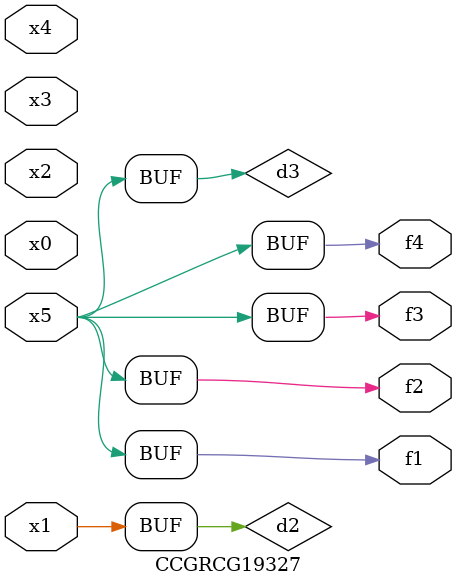
<source format=v>
module CCGRCG19327(
	input x0, x1, x2, x3, x4, x5,
	output f1, f2, f3, f4
);

	wire d1, d2, d3;

	not (d1, x5);
	or (d2, x1);
	xnor (d3, d1);
	assign f1 = d3;
	assign f2 = d3;
	assign f3 = d3;
	assign f4 = d3;
endmodule

</source>
